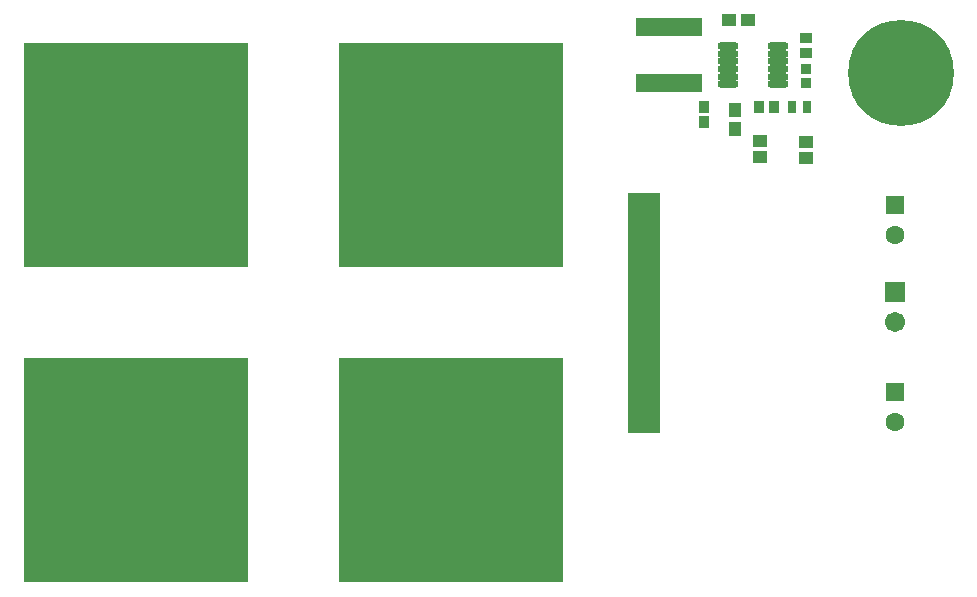
<source format=gts>
G04*
G04 #@! TF.GenerationSoftware,Altium Limited,Altium Designer,23.3.1 (30)*
G04*
G04 Layer_Color=8388736*
%FSLAX26Y26*%
%MOIN*%
G70*
G04*
G04 #@! TF.SameCoordinates,F690B318-04D5-434D-AB11-BD4B9249E199*
G04*
G04*
G04 #@! TF.FilePolarity,Negative*
G04*
G01*
G75*
%ADD18R,0.047575X0.039848*%
%ADD22R,0.033788X0.033711*%
%ADD23R,0.039848X0.047575*%
%ADD24R,0.224409X0.062992*%
%ADD25R,0.035911X0.044531*%
%ADD26R,0.045402X0.039496*%
%ADD27R,0.031622X0.039496*%
%ADD28O,0.070992X0.025716*%
%ADD29R,0.035559X0.041465*%
%ADD30R,0.041465X0.035559*%
%ADD31R,0.750000X0.750000*%
%ADD32R,0.110000X0.800000*%
%ADD33R,0.067055X0.067055*%
%ADD34C,0.067055*%
%ADD35C,0.063118*%
%ADD36R,0.063118X0.063118*%
%ADD37C,0.352488*%
D18*
X2941570Y2975000D02*
D03*
X2878430D02*
D03*
D22*
X3135000Y2813661D02*
D03*
Y2766339D02*
D03*
D23*
X2897598Y2613430D02*
D03*
Y2676570D02*
D03*
D24*
X2677598Y2767480D02*
D03*
Y2952520D02*
D03*
D25*
X2792598Y2685000D02*
D03*
Y2634565D02*
D03*
D26*
X3135000Y2570000D02*
D03*
Y2516850D02*
D03*
X2980000Y2571575D02*
D03*
Y2518425D02*
D03*
D27*
X3087008Y2685000D02*
D03*
X3138189D02*
D03*
D28*
X3042244Y2761024D02*
D03*
Y2786614D02*
D03*
Y2812205D02*
D03*
Y2837795D02*
D03*
Y2863386D02*
D03*
Y2888976D02*
D03*
X2872953Y2761024D02*
D03*
Y2786614D02*
D03*
Y2812205D02*
D03*
Y2837795D02*
D03*
Y2863386D02*
D03*
Y2888976D02*
D03*
D29*
X3026811Y2685000D02*
D03*
X2977598D02*
D03*
D30*
X3132598Y2914606D02*
D03*
Y2865394D02*
D03*
D31*
X1950000Y1475000D02*
D03*
X900000D02*
D03*
Y2525000D02*
D03*
X1950000D02*
D03*
D32*
X2595000Y2000000D02*
D03*
D33*
X3430000Y2070000D02*
D03*
D34*
Y1970000D02*
D03*
D35*
Y1635000D02*
D03*
Y2260000D02*
D03*
D36*
Y1735000D02*
D03*
Y2360000D02*
D03*
D37*
X3450000Y2800000D02*
D03*
M02*

</source>
